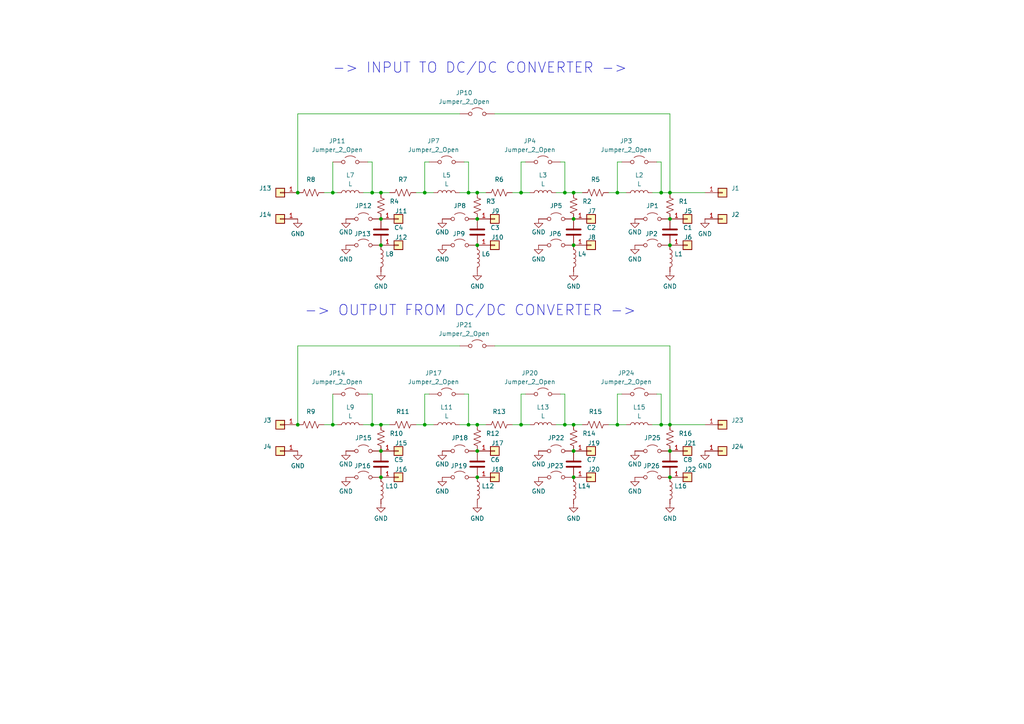
<source format=kicad_sch>
(kicad_sch (version 20250114) (generator "eeschema") (generator_version "9.0")
  (paper "A4")
  (lib_symbols
    (symbol "Connector_Generic:Conn_01x01" (pin_names (offset 1.016) (hide yes))
      (property "Reference" "J" (at 0 2.54 0))
      (property "Value" "Conn_01x01" (at 0 -2.54 0))
      (symbol "Conn_01x01_1_1"
        (rectangle (start -1.27 1.27) (end 1.27 -1.27) (stroke (width 0.254)) (fill (type background)))
        (rectangle (start -1.27 0.127) (end 0 -0.127) (stroke (width 0.1524)))
        (pin passive line (at -5.08 0 0) (length 3.81) (name "Pin_1") (number "1"))
      )
    )
    (symbol "Device:C" (pin_numbers (hide yes)) (pin_names (offset 0.254))
      (property "Reference" "C" (at 0.635 2.54 0))
      (property "Value" "C" (at 0.635 -2.54 0))
      (symbol "C_0_1"
        (polyline (pts (xy -2.032 0.762) (xy 2.032 0.762)) (stroke (width 0.508)))
        (polyline (pts (xy -2.032 -0.762) (xy 2.032 -0.762)) (stroke (width 0.508)))
      )
      (symbol "C_1_1"
        (pin passive line (at 0 3.81 270) (length 2.794) (name "~") (number "1"))
        (pin passive line (at 0 -3.81 90) (length 2.794) (name "~") (number "2"))
      )
    )
    (symbol "Device:L" (pin_numbers (hide yes)) (pin_names (offset 1.016) (hide yes))
      (property "Reference" "L" (at -1.27 0 90))
      (property "Value" "L" (at 1.905 0 90))
      (symbol "L_0_1"
        (arc (start 0 2.54) (mid 0.6323 1.905) (end 0 1.27))
        (arc (start 0 1.27) (mid 0.6323 0.635) (end 0 0))
        (arc (start 0 0) (mid 0.6323 -0.635) (end 0 -1.27))
        (arc (start 0 -1.27) (mid 0.6323 -1.905) (end 0 -2.54))
      )
      (symbol "L_1_1"
        (pin passive line (at 0 3.81 270) (length 1.27) (name "1") (number "1"))
        (pin passive line (at 0 -3.81 90) (length 1.27) (name "2") (number "2"))
      )
    )
    (symbol "Device:R_US" (pin_numbers (hide yes)) (pin_names (offset 0))
      (property "Reference" "R" (at 2.54 0 90))
      (property "Value" "R_US" (at -2.54 0 90))
      (symbol "R_US_0_1"
        (polyline (pts (xy 0 2.286) (xy 0 2.54)))
        (polyline (pts (xy 0 2.286) (xy 1.016 1.905) (xy 0 1.524) (xy -1.016 1.143) (xy 0 0.762)))
        (polyline (pts (xy 0 0.762) (xy 1.016 0.381) (xy 0 0) (xy -1.016 -0.381) (xy 0 -0.762)))
        (polyline (pts (xy 0 -0.762) (xy 1.016 -1.143) (xy 0 -1.524) (xy -1.016 -1.905) (xy 0 -2.286)))
        (polyline (pts (xy 0 -2.286) (xy 0 -2.54)))
      )
      (symbol "R_US_1_1"
        (pin passive line (at 0 3.81 270) (length 1.27) (name "~") (number "1"))
        (pin passive line (at 0 -3.81 90) (length 1.27) (name "~") (number "2"))
      )
    )
    (symbol "Jumper:Jumper_2_Open" (pin_numbers (hide yes)) (pin_names (offset 0) (hide yes))
      (property "Reference" "JP" (at 0 2.794 0))
      (property "Value" "Jumper_2_Open" (at 0 -2.286 0))
      (symbol "Jumper_2_Open_0_0"
        (circle (center -2.032 0) (radius 0.508))
        (circle (center 2.032 0) (radius 0.508))
      )
      (symbol "Jumper_2_Open_0_1"
        (arc (start -1.524 1.27) (mid 0 1.778) (end 1.524 1.27))
      )
      (symbol "Jumper_2_Open_1_1"
        (pin passive line (at -5.08 0 0) (length 2.54) (name "A") (number "1"))
        (pin passive line (at 5.08 0 180) (length 2.54) (name "B") (number "2"))
      )
    )
    (symbol "power:GND" (power) (pin_numbers (hide yes)) (pin_names (offset 0) (hide yes))
      (property "Value" "GND" (at 0 -3.81 0))
      (symbol "GND_0_1"
        (polyline (pts (xy 0 0) (xy 0 -1.27) (xy 1.27 -1.27) (xy 0 -2.54) (xy -1.27 -1.27) (xy 0 -1.27)))
      )
      (symbol "GND_1_1"
        (pin power_in line (at 0 0 270) (length 0) (name "~") (number "1"))
      )
    )
  )
  (text "-> OUTPUT FROM DC/DC CONVERTER ->" (at 136.398 90.17 0) (effects (font (size 3 3))))
  (text "-> INPUT TO DC/DC CONVERTER ->" (at 139.192 19.812 0) (effects (font (size 3 3))))
  (junction (at 138.43 138.43))
  (junction (at 166.37 123.19))
  (junction (at 166.37 138.43))
  (junction (at 166.37 63.5))
  (junction (at 123.19 55.88))
  (junction (at 151.13 55.88))
  (junction (at 194.31 123.19))
  (junction (at 86.36 55.88))
  (junction (at 123.19 123.19))
  (junction (at 138.43 130.81))
  (junction (at 135.89 55.88))
  (junction (at 107.95 55.88))
  (junction (at 191.77 123.19))
  (junction (at 166.37 71.12))
  (junction (at 194.31 138.43))
  (junction (at 110.49 123.19))
  (junction (at 110.49 55.88))
  (junction (at 138.43 71.12))
  (junction (at 86.36 123.19))
  (junction (at 107.95 123.19))
  (junction (at 194.31 63.5))
  (junction (at 194.31 130.81))
  (junction (at 194.31 55.88))
  (junction (at 138.43 63.5))
  (junction (at 166.37 55.88))
  (junction (at 138.43 55.88))
  (junction (at 135.89 123.19))
  (junction (at 96.52 55.88))
  (junction (at 110.49 71.12))
  (junction (at 163.83 55.88))
  (junction (at 194.31 71.12))
  (junction (at 191.77 55.88))
  (junction (at 110.49 130.81))
  (junction (at 110.49 63.5))
  (junction (at 179.07 123.19))
  (junction (at 163.83 123.19))
  (junction (at 151.13 123.19))
  (junction (at 179.07 55.88))
  (junction (at 166.37 130.81))
  (junction (at 138.43 123.19))
  (junction (at 96.52 123.19))
  (junction (at 110.49 138.43))
  (wire (pts (xy 163.83 114.3) (xy 163.83 123.19)))
  (wire (pts (xy 191.77 46.99) (xy 190.5 46.99)))
  (wire (pts (xy 151.13 114.3) (xy 151.13 123.19)))
  (wire (pts (xy 191.77 114.3) (xy 190.5 114.3)))
  (wire (pts (xy 194.31 100.33) (xy 194.31 123.19)))
  (wire (pts (xy 107.95 114.3) (xy 106.68 114.3)))
  (wire (pts (xy 93.98 123.19) (xy 96.52 123.19)))
  (wire (pts (xy 191.77 123.19) (xy 194.31 123.19)))
  (wire (pts (xy 151.13 123.19) (xy 153.67 123.19)))
  (wire (pts (xy 93.98 55.88) (xy 96.52 55.88)))
  (wire (pts (xy 166.37 55.88) (xy 168.91 55.88)))
  (wire (pts (xy 151.13 46.99) (xy 151.13 55.88)))
  (wire (pts (xy 135.89 114.3) (xy 135.89 123.19)))
  (wire (pts (xy 179.07 46.99) (xy 179.07 55.88)))
  (wire (pts (xy 123.19 114.3) (xy 123.19 123.19)))
  (wire (pts (xy 191.77 46.99) (xy 191.77 55.88)))
  (wire (pts (xy 123.19 114.3) (xy 124.46 114.3)))
  (wire (pts (xy 176.53 123.19) (xy 179.07 123.19)))
  (wire (pts (xy 96.52 114.3) (xy 96.52 123.19)))
  (wire (pts (xy 96.52 55.88) (xy 97.79 55.88)))
  (wire (pts (xy 163.83 46.99) (xy 163.83 55.88)))
  (wire (pts (xy 179.07 114.3) (xy 180.34 114.3)))
  (wire (pts (xy 107.95 55.88) (xy 110.49 55.88)))
  (wire (pts (xy 194.31 55.88) (xy 204.47 55.88)))
  (wire (pts (xy 133.35 123.19) (xy 135.89 123.19)))
  (wire (pts (xy 135.89 46.99) (xy 134.62 46.99)))
  (wire (pts (xy 86.36 100.33) (xy 86.36 123.19)))
  (wire (pts (xy 161.29 123.19) (xy 163.83 123.19)))
  (wire (pts (xy 143.51 100.33) (xy 194.31 100.33)))
  (wire (pts (xy 135.89 123.19) (xy 138.43 123.19)))
  (wire (pts (xy 179.07 114.3) (xy 179.07 123.19)))
  (wire (pts (xy 179.07 55.88) (xy 181.61 55.88)))
  (wire (pts (xy 148.59 123.19) (xy 151.13 123.19)))
  (wire (pts (xy 96.52 46.99) (xy 96.52 55.88)))
  (wire (pts (xy 176.53 55.88) (xy 179.07 55.88)))
  (wire (pts (xy 138.43 123.19) (xy 140.97 123.19)))
  (wire (pts (xy 135.89 114.3) (xy 134.62 114.3)))
  (wire (pts (xy 194.31 123.19) (xy 204.47 123.19)))
  (wire (pts (xy 133.35 100.33) (xy 86.36 100.33)))
  (wire (pts (xy 123.19 46.99) (xy 124.46 46.99)))
  (wire (pts (xy 105.41 55.88) (xy 107.95 55.88)))
  (wire (pts (xy 194.31 33.02) (xy 194.31 55.88)))
  (wire (pts (xy 107.95 46.99) (xy 107.95 55.88)))
  (wire (pts (xy 135.89 55.88) (xy 138.43 55.88)))
  (wire (pts (xy 191.77 114.3) (xy 191.77 123.19)))
  (wire (pts (xy 161.29 55.88) (xy 163.83 55.88)))
  (wire (pts (xy 107.95 123.19) (xy 110.49 123.19)))
  (wire (pts (xy 163.83 123.19) (xy 166.37 123.19)))
  (wire (pts (xy 189.23 55.88) (xy 191.77 55.88)))
  (wire (pts (xy 166.37 123.19) (xy 168.91 123.19)))
  (wire (pts (xy 107.95 46.99) (xy 106.68 46.99)))
  (wire (pts (xy 179.07 46.99) (xy 180.34 46.99)))
  (wire (pts (xy 110.49 55.88) (xy 113.03 55.88)))
  (wire (pts (xy 151.13 114.3) (xy 152.4 114.3)))
  (wire (pts (xy 163.83 46.99) (xy 162.56 46.99)))
  (wire (pts (xy 163.83 55.88) (xy 166.37 55.88)))
  (wire (pts (xy 107.95 114.3) (xy 107.95 123.19)))
  (wire (pts (xy 148.59 55.88) (xy 151.13 55.88)))
  (wire (pts (xy 123.19 46.99) (xy 123.19 55.88)))
  (wire (pts (xy 133.35 33.02) (xy 86.36 33.02)))
  (wire (pts (xy 151.13 46.99) (xy 152.4 46.99)))
  (wire (pts (xy 110.49 123.19) (xy 113.03 123.19)))
  (wire (pts (xy 133.35 55.88) (xy 135.89 55.88)))
  (wire (pts (xy 135.89 46.99) (xy 135.89 55.88)))
  (wire (pts (xy 138.43 55.88) (xy 140.97 55.88)))
  (wire (pts (xy 96.52 123.19) (xy 97.79 123.19)))
  (wire (pts (xy 143.51 33.02) (xy 194.31 33.02)))
  (wire (pts (xy 191.77 55.88) (xy 194.31 55.88)))
  (wire (pts (xy 105.41 123.19) (xy 107.95 123.19)))
  (wire (pts (xy 151.13 55.88) (xy 153.67 55.88)))
  (wire (pts (xy 123.19 123.19) (xy 125.73 123.19)))
  (wire (pts (xy 86.36 33.02) (xy 86.36 55.88)))
  (wire (pts (xy 189.23 123.19) (xy 191.77 123.19)))
  (wire (pts (xy 163.83 114.3) (xy 162.56 114.3)))
  (wire (pts (xy 123.19 55.88) (xy 125.73 55.88)))
  (wire (pts (xy 120.65 55.88) (xy 123.19 55.88)))
  (wire (pts (xy 120.65 123.19) (xy 123.19 123.19)))
  (wire (pts (xy 179.07 123.19) (xy 181.61 123.19)))
  (symbol (lib_id "Connector_Generic:Conn_01x01") (at 209.55 123.19 0) (unit 1)
    (property "Reference" "J23" (at 212.09 121.9199 0) (effects (justify left)))
    (property "Value" "Conn_01x01" (effects (hide yes)))
    (property "Description" "Generic connector, single row, 01x01, script generated (kicad-library-utils/schlib/autogen/connector/)" (effects (hide yes)))
  )
  (symbol (lib_id "Connector_Generic:Conn_01x01") (at 171.45 130.81 0) (unit 1)
    (property "Reference" "J19" (at 170.434 128.524 0) (effects (justify left)))
    (property "Value" "Conn_01x01" (effects (hide yes)))
    (property "Description" "Generic connector, single row, 01x01, script generated (kicad-library-utils/schlib/autogen/connector/)" (effects (hide yes)))
  )
  (symbol (lib_id "power:GND") (at 138.43 146.05 0) (unit 1)
    (property "Reference" "#PWR021" (effects (hide yes)))
    (property "Value" "GND" (at 138.43 150.368 0))
    (property "Description" "Power symbol creates a global label with name \"GND\" , ground" (effects (hide yes)))
  )
  (symbol (lib_id "Jumper:Jumper_2_Open") (at 105.41 138.43 0) (unit 1)
    (property "Reference" "JP16" (at 105.156 135.128 0))
    (property "Value" "Jumper_2_Open" (effects (hide yes)))
    (property "Description" "Jumper, 2-pole, open" (effects (hide yes)))
  )
  (symbol (lib_id "Jumper:Jumper_2_Open") (at 157.48 114.3 0) (unit 1)
    (property "Reference" "JP20" (at 153.67 108.204 0))
    (property "Value" "Jumper_2_Open" (at 153.67 110.744 0))
    (property "Description" "Jumper, 2-pole, open" (effects (hide yes)))
  )
  (symbol (lib_id "Device:L") (at 185.42 123.19 90) (unit 1)
    (property "Reference" "L15" (at 185.42 118.11 90))
    (property "Value" "L" (at 185.42 120.65 90))
    (property "Description" "Inductor" (effects (hide yes)))
  )
  (symbol (lib_id "Jumper:Jumper_2_Open") (at 138.43 100.33 0) (unit 1)
    (property "Reference" "JP21" (at 134.62 94.234 0))
    (property "Value" "Jumper_2_Open" (at 134.62 96.774 0))
    (property "Description" "Jumper, 2-pole, open" (effects (hide yes)))
  )
  (symbol (lib_id "Jumper:Jumper_2_Open") (at 133.35 138.43 0) (unit 1)
    (property "Reference" "JP19" (at 133.096 135.128 0))
    (property "Value" "Jumper_2_Open" (effects (hide yes)))
    (property "Description" "Jumper, 2-pole, open" (effects (hide yes)))
  )
  (symbol (lib_id "Jumper:Jumper_2_Open") (at 101.6 46.99 0) (unit 1)
    (property "Reference" "JP11" (at 97.79 40.894 0))
    (property "Value" "Jumper_2_Open" (at 97.79 43.434 0))
    (property "Description" "Jumper, 2-pole, open" (effects (hide yes)))
  )
  (symbol (lib_id "Device:R_US") (at 144.78 123.19 90) (unit 1)
    (property "Reference" "R13" (at 144.78 119.38 90))
    (property "Value" "R_US" (effects (hide yes)))
    (property "Description" "Resistor, US symbol" (effects (hide yes)))
  )
  (symbol (lib_id "Device:L") (at 101.6 123.19 90) (unit 1)
    (property "Reference" "L9" (at 101.6 118.11 90))
    (property "Value" "L" (at 101.6 120.65 90))
    (property "Description" "Inductor" (effects (hide yes)))
  )
  (symbol (lib_id "Device:L") (at 194.31 142.24 0) (unit 1)
    (property "Reference" "L16" (at 195.58 140.9699 0) (effects (justify left)))
    (property "Value" "L" (effects (hide yes)))
    (property "Description" "Inductor" (effects (hide yes)))
  )
  (symbol (lib_id "Device:C") (at 194.31 134.62 0) (unit 1)
    (property "Reference" "C8" (at 198.12 133.3499 0) (effects (justify left)))
    (property "Value" "C" (effects (hide yes)))
    (property "Description" "Unpolarized capacitor" (effects (hide yes)))
  )
  (symbol (lib_id "Device:R_US") (at 194.31 59.69 0) (unit 1)
    (property "Reference" "R1" (at 196.85 58.4199 0) (effects (justify left)))
    (property "Value" "R_US" (effects (hide yes)))
    (property "Description" "Resistor, US symbol" (effects (hide yes)))
  )
  (symbol (lib_id "Connector_Generic:Conn_01x01") (at 143.51 63.5 0) (unit 1)
    (property "Reference" "J9" (at 142.494 61.214 0) (effects (justify left)))
    (property "Value" "Conn_01x01" (effects (hide yes)))
    (property "Description" "Generic connector, single row, 01x01, script generated (kicad-library-utils/schlib/autogen/connector/)" (effects (hide yes)))
  )
  (symbol (lib_id "Connector_Generic:Conn_01x01") (at 81.28 63.5 0) (mirror y) (unit 1)
    (property "Reference" "J14" (at 78.74 62.2299 0) (effects (justify left)))
    (property "Value" "Conn_01x01" (effects (hide yes)))
    (property "Description" "Generic connector, single row, 01x01, script generated (kicad-library-utils/schlib/autogen/connector/)" (effects (hide yes)))
  )
  (symbol (lib_id "power:GND") (at 128.27 138.43 0) (unit 1)
    (property "Reference" "#PWR020" (effects (hide yes)))
    (property "Value" "GND" (at 128.27 142.494 0))
    (property "Description" "Power symbol creates a global label with name \"GND\" , ground" (effects (hide yes)))
  )
  (symbol (lib_id "Jumper:Jumper_2_Open") (at 189.23 63.5 0) (unit 1)
    (property "Reference" "JP1" (at 189.23 59.69 0))
    (property "Value" "Jumper_2_Open" (effects (hide yes)))
    (property "Description" "Jumper, 2-pole, open" (effects (hide yes)))
  )
  (symbol (lib_id "Jumper:Jumper_2_Open") (at 189.23 130.81 0) (unit 1)
    (property "Reference" "JP25" (at 189.23 127 0))
    (property "Value" "Jumper_2_Open" (effects (hide yes)))
    (property "Description" "Jumper, 2-pole, open" (effects (hide yes)))
  )
  (symbol (lib_id "power:GND") (at 100.33 138.43 0) (unit 1)
    (property "Reference" "#PWR017" (effects (hide yes)))
    (property "Value" "GND" (at 100.33 142.494 0))
    (property "Description" "Power symbol creates a global label with name \"GND\" , ground" (effects (hide yes)))
  )
  (symbol (lib_id "Device:R_US") (at 166.37 127 0) (unit 1)
    (property "Reference" "R14" (at 168.91 125.7299 0) (effects (justify left)))
    (property "Value" "R_US" (effects (hide yes)))
    (property "Description" "Resistor, US symbol" (effects (hide yes)))
  )
  (symbol (lib_id "Jumper:Jumper_2_Open") (at 105.41 71.12 0) (unit 1)
    (property "Reference" "JP13" (at 105.156 67.818 0))
    (property "Value" "Jumper_2_Open" (effects (hide yes)))
    (property "Description" "Jumper, 2-pole, open" (effects (hide yes)))
  )
  (symbol (lib_id "Device:L") (at 129.54 55.88 90) (unit 1)
    (property "Reference" "L5" (at 129.54 50.8 90))
    (property "Value" "L" (at 129.54 53.34 90))
    (property "Description" "Inductor" (effects (hide yes)))
  )
  (symbol (lib_id "Connector_Generic:Conn_01x01") (at 199.39 138.43 0) (unit 1)
    (property "Reference" "J22" (at 198.374 136.144 0) (effects (justify left)))
    (property "Value" "Conn_01x01" (effects (hide yes)))
    (property "Description" "Generic connector, single row, 01x01, script generated (kicad-library-utils/schlib/autogen/connector/)" (effects (hide yes)))
  )
  (symbol (lib_id "Device:R_US") (at 138.43 127 0) (unit 1)
    (property "Reference" "R12" (at 140.97 125.7299 0) (effects (justify left)))
    (property "Value" "R_US" (effects (hide yes)))
    (property "Description" "Resistor, US symbol" (effects (hide yes)))
  )
  (symbol (lib_id "Connector_Generic:Conn_01x01") (at 81.28 55.88 0) (mirror y) (unit 1)
    (property "Reference" "J13" (at 78.74 54.6099 0) (effects (justify left)))
    (property "Value" "Conn_01x01" (effects (hide yes)))
    (property "Description" "Generic connector, single row, 01x01, script generated (kicad-library-utils/schlib/autogen/connector/)" (effects (hide yes)))
  )
  (symbol (lib_id "Jumper:Jumper_2_Open") (at 105.41 130.81 0) (unit 1)
    (property "Reference" "JP15" (at 105.41 127 0))
    (property "Value" "Jumper_2_Open" (effects (hide yes)))
    (property "Description" "Jumper, 2-pole, open" (effects (hide yes)))
  )
  (symbol (lib_id "Jumper:Jumper_2_Open") (at 185.42 46.99 0) (unit 1)
    (property "Reference" "JP3" (at 181.61 40.894 0))
    (property "Value" "Jumper_2_Open" (at 181.61 43.434 0))
    (property "Description" "Jumper, 2-pole, open" (effects (hide yes)))
  )
  (symbol (lib_id "power:GND") (at 204.47 63.5 0) (unit 1)
    (property "Reference" "#PWR04" (effects (hide yes)))
    (property "Value" "GND" (at 204.47 67.818 0))
    (property "Description" "Power symbol creates a global label with name \"GND\" , ground" (effects (hide yes)))
  )
  (symbol (lib_id "Connector_Generic:Conn_01x01") (at 115.57 130.81 0) (unit 1)
    (property "Reference" "J15" (at 114.554 128.524 0) (effects (justify left)))
    (property "Value" "Conn_01x01" (effects (hide yes)))
    (property "Description" "Generic connector, single row, 01x01, script generated (kicad-library-utils/schlib/autogen/connector/)" (effects (hide yes)))
  )
  (symbol (lib_id "Connector_Generic:Conn_01x01") (at 143.51 138.43 0) (unit 1)
    (property "Reference" "J18" (at 142.494 136.144 0) (effects (justify left)))
    (property "Value" "Conn_01x01" (effects (hide yes)))
    (property "Description" "Generic connector, single row, 01x01, script generated (kicad-library-utils/schlib/autogen/connector/)" (effects (hide yes)))
  )
  (symbol (lib_id "Connector_Generic:Conn_01x01") (at 199.39 130.81 0) (unit 1)
    (property "Reference" "J21" (at 198.374 128.524 0) (effects (justify left)))
    (property "Value" "Conn_01x01" (effects (hide yes)))
    (property "Description" "Generic connector, single row, 01x01, script generated (kicad-library-utils/schlib/autogen/connector/)" (effects (hide yes)))
  )
  (symbol (lib_id "Device:R_US") (at 90.17 123.19 90) (unit 1)
    (property "Reference" "R9" (at 90.17 119.38 90))
    (property "Value" "R_US" (effects (hide yes)))
    (property "Description" "Resistor, US symbol" (effects (hide yes)))
  )
  (symbol (lib_id "Connector_Generic:Conn_01x01") (at 209.55 63.5 0) (unit 1)
    (property "Reference" "J2" (at 212.09 62.2299 0) (effects (justify left)))
    (property "Value" "Conn_01x01" (effects (hide yes)))
    (property "Description" "Generic connector, single row, 01x01, script generated (kicad-library-utils/schlib/autogen/connector/)" (effects (hide yes)))
  )
  (symbol (lib_id "Device:L") (at 110.49 142.24 0) (unit 1)
    (property "Reference" "L10" (at 111.76 140.9699 0) (effects (justify left)))
    (property "Value" "L" (effects (hide yes)))
    (property "Description" "Inductor" (effects (hide yes)))
  )
  (symbol (lib_id "Connector_Generic:Conn_01x01") (at 199.39 71.12 0) (unit 1)
    (property "Reference" "J6" (at 198.374 68.834 0) (effects (justify left)))
    (property "Value" "Conn_01x01" (effects (hide yes)))
    (property "Description" "Generic connector, single row, 01x01, script generated (kicad-library-utils/schlib/autogen/connector/)" (effects (hide yes)))
  )
  (symbol (lib_id "power:GND") (at 110.49 78.74 0) (unit 1)
    (property "Reference" "#PWR013" (effects (hide yes)))
    (property "Value" "GND" (at 110.49 83.058 0))
    (property "Description" "Power symbol creates a global label with name \"GND\" , ground" (effects (hide yes)))
  )
  (symbol (lib_id "Device:C") (at 166.37 67.31 0) (unit 1)
    (property "Reference" "C2" (at 170.18 66.0399 0) (effects (justify left)))
    (property "Value" "C" (effects (hide yes)))
    (property "Description" "Unpolarized capacitor" (effects (hide yes)))
  )
  (symbol (lib_id "Connector_Generic:Conn_01x01") (at 209.55 130.81 0) (unit 1)
    (property "Reference" "J24" (at 212.09 129.5399 0) (effects (justify left)))
    (property "Value" "Conn_01x01" (effects (hide yes)))
    (property "Description" "Generic connector, single row, 01x01, script generated (kicad-library-utils/schlib/autogen/connector/)" (effects (hide yes)))
  )
  (symbol (lib_id "Connector_Generic:Conn_01x01") (at 143.51 130.81 0) (unit 1)
    (property "Reference" "J17" (at 142.494 128.524 0) (effects (justify left)))
    (property "Value" "Conn_01x01" (effects (hide yes)))
    (property "Description" "Generic connector, single row, 01x01, script generated (kicad-library-utils/schlib/autogen/connector/)" (effects (hide yes)))
  )
  (symbol (lib_id "Device:R_US") (at 194.31 127 0) (unit 1)
    (property "Reference" "R16" (at 196.85 125.7299 0) (effects (justify left)))
    (property "Value" "R_US" (effects (hide yes)))
    (property "Description" "Resistor, US symbol" (effects (hide yes)))
  )
  (symbol (lib_id "Connector_Generic:Conn_01x01") (at 115.57 71.12 0) (unit 1)
    (property "Reference" "J12" (at 114.554 68.834 0) (effects (justify left)))
    (property "Value" "Conn_01x01" (effects (hide yes)))
    (property "Description" "Generic connector, single row, 01x01, script generated (kicad-library-utils/schlib/autogen/connector/)" (effects (hide yes)))
  )
  (symbol (lib_id "Device:L") (at 185.42 55.88 90) (unit 1)
    (property "Reference" "L2" (at 185.42 50.8 90))
    (property "Value" "L" (at 185.42 53.34 90))
    (property "Description" "Inductor" (effects (hide yes)))
  )
  (symbol (lib_id "Connector_Generic:Conn_01x01") (at 171.45 71.12 0) (unit 1)
    (property "Reference" "J8" (at 170.434 68.834 0) (effects (justify left)))
    (property "Value" "Conn_01x01" (effects (hide yes)))
    (property "Description" "Generic connector, single row, 01x01, script generated (kicad-library-utils/schlib/autogen/connector/)" (effects (hide yes)))
  )
  (symbol (lib_id "Device:R_US") (at 90.17 55.88 90) (unit 1)
    (property "Reference" "R8" (at 90.17 52.07 90))
    (property "Value" "R_US" (effects (hide yes)))
    (property "Description" "Resistor, US symbol" (effects (hide yes)))
  )
  (symbol (lib_id "Connector_Generic:Conn_01x01") (at 199.39 63.5 0) (unit 1)
    (property "Reference" "J5" (at 198.374 61.214 0) (effects (justify left)))
    (property "Value" "Conn_01x01" (effects (hide yes)))
    (property "Description" "Generic connector, single row, 01x01, script generated (kicad-library-utils/schlib/autogen/connector/)" (effects (hide yes)))
  )
  (symbol (lib_id "Jumper:Jumper_2_Open") (at 133.35 63.5 0) (unit 1)
    (property "Reference" "JP8" (at 133.35 59.69 0))
    (property "Value" "Jumper_2_Open" (effects (hide yes)))
    (property "Description" "Jumper, 2-pole, open" (effects (hide yes)))
  )
  (symbol (lib_id "Device:L") (at 157.48 123.19 90) (unit 1)
    (property "Reference" "L13" (at 157.48 118.11 90))
    (property "Value" "L" (at 157.48 120.65 90))
    (property "Description" "Inductor" (effects (hide yes)))
  )
  (symbol (lib_id "Connector_Generic:Conn_01x01") (at 171.45 63.5 0) (unit 1)
    (property "Reference" "J7" (at 170.434 61.214 0) (effects (justify left)))
    (property "Value" "Conn_01x01" (effects (hide yes)))
    (property "Description" "Generic connector, single row, 01x01, script generated (kicad-library-utils/schlib/autogen/connector/)" (effects (hide yes)))
  )
  (symbol (lib_id "Connector_Generic:Conn_01x01") (at 115.57 63.5 0) (unit 1)
    (property "Reference" "J11" (at 114.554 61.214 0) (effects (justify left)))
    (property "Value" "Conn_01x01" (effects (hide yes)))
    (property "Description" "Generic connector, single row, 01x01, script generated (kicad-library-utils/schlib/autogen/connector/)" (effects (hide yes)))
  )
  (symbol (lib_id "power:GND") (at 156.21 138.43 0) (unit 1)
    (property "Reference" "#PWR023" (effects (hide yes)))
    (property "Value" "GND" (at 156.21 142.494 0))
    (property "Description" "Power symbol creates a global label with name \"GND\" , ground" (effects (hide yes)))
  )
  (symbol (lib_id "power:GND") (at 194.31 146.05 0) (unit 1)
    (property "Reference" "#PWR027" (effects (hide yes)))
    (property "Value" "GND" (at 194.31 150.368 0))
    (property "Description" "Power symbol creates a global label with name \"GND\" , ground" (effects (hide yes)))
  )
  (symbol (lib_id "Device:R_US") (at 172.72 55.88 90) (unit 1)
    (property "Reference" "R5" (at 172.72 52.07 90))
    (property "Value" "R_US" (effects (hide yes)))
    (property "Description" "Resistor, US symbol" (effects (hide yes)))
  )
  (symbol (lib_id "power:GND") (at 184.15 63.5 0) (unit 1)
    (property "Reference" "#PWR01" (effects (hide yes)))
    (property "Value" "GND" (at 184.15 67.31 0))
    (property "Description" "Power symbol creates a global label with name \"GND\" , ground" (effects (hide yes)))
  )
  (symbol (lib_id "Jumper:Jumper_2_Open") (at 133.35 130.81 0) (unit 1)
    (property "Reference" "JP18" (at 133.35 127 0))
    (property "Value" "Jumper_2_Open" (effects (hide yes)))
    (property "Description" "Jumper, 2-pole, open" (effects (hide yes)))
  )
  (symbol (lib_id "Device:L") (at 138.43 142.24 0) (unit 1)
    (property "Reference" "L12" (at 139.7 140.9699 0) (effects (justify left)))
    (property "Value" "L" (effects (hide yes)))
    (property "Description" "Inductor" (effects (hide yes)))
  )
  (symbol (lib_id "Device:C") (at 110.49 134.62 0) (unit 1)
    (property "Reference" "C5" (at 114.3 133.3499 0) (effects (justify left)))
    (property "Value" "C" (effects (hide yes)))
    (property "Description" "Unpolarized capacitor" (effects (hide yes)))
  )
  (symbol (lib_id "Device:R_US") (at 144.78 55.88 90) (unit 1)
    (property "Reference" "R6" (at 144.78 52.07 90))
    (property "Value" "R_US" (effects (hide yes)))
    (property "Description" "Resistor, US symbol" (effects (hide yes)))
  )
  (symbol (lib_id "Device:L") (at 129.54 123.19 90) (unit 1)
    (property "Reference" "L11" (at 129.54 118.11 90))
    (property "Value" "L" (at 129.54 120.65 90))
    (property "Description" "Inductor" (effects (hide yes)))
  )
  (symbol (lib_id "power:GND") (at 128.27 130.81 0) (unit 1)
    (property "Reference" "#PWR019" (effects (hide yes)))
    (property "Value" "GND" (at 128.27 134.62 0))
    (property "Description" "Power symbol creates a global label with name \"GND\" , ground" (effects (hide yes)))
  )
  (symbol (lib_id "Jumper:Jumper_2_Open") (at 189.23 138.43 0) (unit 1)
    (property "Reference" "JP26" (at 188.976 135.128 0))
    (property "Value" "Jumper_2_Open" (effects (hide yes)))
    (property "Description" "Jumper, 2-pole, open" (effects (hide yes)))
  )
  (symbol (lib_id "power:GND") (at 204.47 130.81 0) (unit 1)
    (property "Reference" "#PWR028" (effects (hide yes)))
    (property "Value" "GND" (at 204.47 135.128 0))
    (property "Description" "Power symbol creates a global label with name \"GND\" , ground" (effects (hide yes)))
  )
  (symbol (lib_id "Jumper:Jumper_2_Open") (at 157.48 46.99 0) (unit 1)
    (property "Reference" "JP4" (at 153.67 40.894 0))
    (property "Value" "Jumper_2_Open" (at 153.67 43.434 0))
    (property "Description" "Jumper, 2-pole, open" (effects (hide yes)))
  )
  (symbol (lib_id "Device:C") (at 194.31 67.31 0) (unit 1)
    (property "Reference" "C1" (at 198.12 66.0399 0) (effects (justify left)))
    (property "Value" "C" (effects (hide yes)))
    (property "Description" "Unpolarized capacitor" (effects (hide yes)))
  )
  (symbol (lib_id "Device:L") (at 138.43 74.93 0) (unit 1)
    (property "Reference" "L6" (at 139.7 73.6599 0) (effects (justify left)))
    (property "Value" "L" (effects (hide yes)))
    (property "Description" "Inductor" (effects (hide yes)))
  )
  (symbol (lib_id "power:GND") (at 156.21 63.5 0) (unit 1)
    (property "Reference" "#PWR05" (effects (hide yes)))
    (property "Value" "GND" (at 156.21 67.31 0))
    (property "Description" "Power symbol creates a global label with name \"GND\" , ground" (effects (hide yes)))
  )
  (symbol (lib_id "Device:C") (at 138.43 134.62 0) (unit 1)
    (property "Reference" "C6" (at 142.24 133.3499 0) (effects (justify left)))
    (property "Value" "C" (effects (hide yes)))
    (property "Description" "Unpolarized capacitor" (effects (hide yes)))
  )
  (symbol (lib_id "power:GND") (at 100.33 63.5 0) (unit 1)
    (property "Reference" "#PWR011" (effects (hide yes)))
    (property "Value" "GND" (at 100.33 67.31 0))
    (property "Description" "Power symbol creates a global label with name \"GND\" , ground" (effects (hide yes)))
  )
  (symbol (lib_id "power:GND") (at 100.33 130.81 0) (unit 1)
    (property "Reference" "#PWR016" (effects (hide yes)))
    (property "Value" "GND" (at 100.33 134.62 0))
    (property "Description" "Power symbol creates a global label with name \"GND\" , ground" (effects (hide yes)))
  )
  (symbol (lib_id "Jumper:Jumper_2_Open") (at 161.29 63.5 0) (unit 1)
    (property "Reference" "JP5" (at 161.29 59.69 0))
    (property "Value" "Jumper_2_Open" (effects (hide yes)))
    (property "Description" "Jumper, 2-pole, open" (effects (hide yes)))
  )
  (symbol (lib_id "power:GND") (at 86.36 130.81 0) (mirror y) (unit 1)
    (property "Reference" "#PWR015" (effects (hide yes)))
    (property "Value" "GND" (at 86.36 135.128 0))
    (property "Description" "Power symbol creates a global label with name \"GND\" , ground" (effects (hide yes)))
  )
  (symbol (lib_id "Jumper:Jumper_2_Open") (at 185.42 114.3 0) (unit 1)
    (property "Reference" "JP24" (at 181.61 108.204 0))
    (property "Value" "Jumper_2_Open" (at 181.61 110.744 0))
    (property "Description" "Jumper, 2-pole, open" (effects (hide yes)))
  )
  (symbol (lib_id "Device:R_US") (at 138.43 59.69 0) (unit 1)
    (property "Reference" "R3" (at 140.97 58.4199 0) (effects (justify left)))
    (property "Value" "R_US" (effects (hide yes)))
    (property "Description" "Resistor, US symbol" (effects (hide yes)))
  )
  (symbol (lib_id "Device:R_US") (at 166.37 59.69 0) (unit 1)
    (property "Reference" "R2" (at 168.91 58.4199 0) (effects (justify left)))
    (property "Value" "R_US" (effects (hide yes)))
    (property "Description" "Resistor, US symbol" (effects (hide yes)))
  )
  (symbol (lib_id "Jumper:Jumper_2_Open") (at 129.54 46.99 0) (unit 1)
    (property "Reference" "JP7" (at 125.73 40.894 0))
    (property "Value" "Jumper_2_Open" (at 125.73 43.434 0))
    (property "Description" "Jumper, 2-pole, open" (effects (hide yes)))
  )
  (symbol (lib_id "Device:R_US") (at 116.84 55.88 90) (unit 1)
    (property "Reference" "R7" (at 116.84 52.07 90))
    (property "Value" "R_US" (effects (hide yes)))
    (property "Description" "Resistor, US symbol" (effects (hide yes)))
  )
  (symbol (lib_id "Jumper:Jumper_2_Open") (at 101.6 114.3 0) (unit 1)
    (property "Reference" "JP14" (at 97.79 108.204 0))
    (property "Value" "Jumper_2_Open" (at 97.79 110.744 0))
    (property "Description" "Jumper, 2-pole, open" (effects (hide yes)))
  )
  (symbol (lib_id "Device:R_US") (at 110.49 59.69 0) (unit 1)
    (property "Reference" "R4" (at 113.03 58.4199 0) (effects (justify left)))
    (property "Value" "R_US" (effects (hide yes)))
    (property "Description" "Resistor, US symbol" (effects (hide yes)))
  )
  (symbol (lib_id "Device:L") (at 101.6 55.88 90) (unit 1)
    (property "Reference" "L7" (at 101.6 50.8 90))
    (property "Value" "L" (at 101.6 53.34 90))
    (property "Description" "Inductor" (effects (hide yes)))
  )
  (symbol (lib_id "Device:C") (at 138.43 67.31 0) (unit 1)
    (property "Reference" "C3" (at 142.24 66.0399 0) (effects (justify left)))
    (property "Value" "C" (effects (hide yes)))
    (property "Description" "Unpolarized capacitor" (effects (hide yes)))
  )
  (symbol (lib_id "Device:L") (at 194.31 74.93 0) (unit 1)
    (property "Reference" "L1" (at 195.58 73.6599 0) (effects (justify left)))
    (property "Value" "L" (effects (hide yes)))
    (property "Description" "Inductor" (effects (hide yes)))
  )
  (symbol (lib_id "power:GND") (at 166.37 78.74 0) (unit 1)
    (property "Reference" "#PWR07" (effects (hide yes)))
    (property "Value" "GND" (at 166.37 83.058 0))
    (property "Description" "Power symbol creates a global label with name \"GND\" , ground" (effects (hide yes)))
  )
  (symbol (lib_id "Connector_Generic:Conn_01x01") (at 209.55 55.88 0) (unit 1)
    (property "Reference" "J1" (at 212.09 54.6099 0) (effects (justify left)))
    (property "Value" "Conn_01x01" (effects (hide yes)))
    (property "Description" "Generic connector, single row, 01x01, script generated (kicad-library-utils/schlib/autogen/connector/)" (effects (hide yes)))
  )
  (symbol (lib_id "Jumper:Jumper_2_Open") (at 161.29 138.43 0) (unit 1)
    (property "Reference" "JP23" (at 161.036 135.128 0))
    (property "Value" "Jumper_2_Open" (effects (hide yes)))
    (property "Description" "Jumper, 2-pole, open" (effects (hide yes)))
  )
  (symbol (lib_id "power:GND") (at 128.27 71.12 0) (unit 1)
    (property "Reference" "#PWR09" (effects (hide yes)))
    (property "Value" "GND" (at 128.27 75.184 0))
    (property "Description" "Power symbol creates a global label with name \"GND\" , ground" (effects (hide yes)))
  )
  (symbol (lib_id "Jumper:Jumper_2_Open") (at 129.54 114.3 0) (unit 1)
    (property "Reference" "JP17" (at 125.73 108.204 0))
    (property "Value" "Jumper_2_Open" (at 125.73 110.744 0))
    (property "Description" "Jumper, 2-pole, open" (effects (hide yes)))
  )
  (symbol (lib_id "Device:C") (at 166.37 134.62 0) (unit 1)
    (property "Reference" "C7" (at 170.18 133.3499 0) (effects (justify left)))
    (property "Value" "C" (effects (hide yes)))
    (property "Description" "Unpolarized capacitor" (effects (hide yes)))
  )
  (symbol (lib_id "power:GND") (at 184.15 138.43 0) (unit 1)
    (property "Reference" "#PWR026" (effects (hide yes)))
    (property "Value" "GND" (at 184.15 142.494 0))
    (property "Description" "Power symbol creates a global label with name \"GND\" , ground" (effects (hide yes)))
  )
  (symbol (lib_id "Connector_Generic:Conn_01x01") (at 81.28 130.81 0) (mirror y) (unit 1)
    (property "Reference" "J4" (at 78.74 129.5399 0) (effects (justify left)))
    (property "Value" "Conn_01x01" (effects (hide yes)))
    (property "Description" "Generic connector, single row, 01x01, script generated (kicad-library-utils/schlib/autogen/connector/)" (effects (hide yes)))
  )
  (symbol (lib_id "power:GND") (at 184.15 71.12 0) (unit 1)
    (property "Reference" "#PWR02" (effects (hide yes)))
    (property "Value" "GND" (at 184.15 75.184 0))
    (property "Description" "Power symbol creates a global label with name \"GND\" , ground" (effects (hide yes)))
  )
  (symbol (lib_id "Jumper:Jumper_2_Open") (at 161.29 71.12 0) (unit 1)
    (property "Reference" "JP6" (at 161.036 67.818 0))
    (property "Value" "Jumper_2_Open" (effects (hide yes)))
    (property "Description" "Jumper, 2-pole, open" (effects (hide yes)))
  )
  (symbol (lib_id "Connector_Generic:Conn_01x01") (at 115.57 138.43 0) (unit 1)
    (property "Reference" "J16" (at 114.554 136.144 0) (effects (justify left)))
    (property "Value" "Conn_01x01" (effects (hide yes)))
    (property "Description" "Generic connector, single row, 01x01, script generated (kicad-library-utils/schlib/autogen/connector/)" (effects (hide yes)))
  )
  (symbol (lib_id "power:GND") (at 194.31 78.74 0) (unit 1)
    (property "Reference" "#PWR03" (effects (hide yes)))
    (property "Value" "GND" (at 194.31 83.058 0))
    (property "Description" "Power symbol creates a global label with name \"GND\" , ground" (effects (hide yes)))
  )
  (symbol (lib_id "power:GND") (at 166.37 146.05 0) (unit 1)
    (property "Reference" "#PWR024" (effects (hide yes)))
    (property "Value" "GND" (at 166.37 150.368 0))
    (property "Description" "Power symbol creates a global label with name \"GND\" , ground" (effects (hide yes)))
  )
  (symbol (lib_id "power:GND") (at 128.27 63.5 0) (unit 1)
    (property "Reference" "#PWR08" (effects (hide yes)))
    (property "Value" "GND" (at 128.27 67.31 0))
    (property "Description" "Power symbol creates a global label with name \"GND\" , ground" (effects (hide yes)))
  )
  (symbol (lib_id "Jumper:Jumper_2_Open") (at 138.43 33.02 0) (unit 1)
    (property "Reference" "JP10" (at 134.62 26.924 0))
    (property "Value" "Jumper_2_Open" (at 134.62 29.464 0))
    (property "Description" "Jumper, 2-pole, open" (effects (hide yes)))
  )
  (symbol (lib_id "Device:L") (at 110.49 74.93 0) (unit 1)
    (property "Reference" "L8" (at 111.76 73.6599 0) (effects (justify left)))
    (property "Value" "L" (effects (hide yes)))
    (property "Description" "Inductor" (effects (hide yes)))
  )
  (symbol (lib_id "Device:R_US") (at 172.72 123.19 90) (unit 1)
    (property "Reference" "R15" (at 172.72 119.38 90))
    (property "Value" "R_US" (effects (hide yes)))
    (property "Description" "Resistor, US symbol" (effects (hide yes)))
  )
  (symbol (lib_id "power:GND") (at 100.33 71.12 0) (unit 1)
    (property "Reference" "#PWR012" (effects (hide yes)))
    (property "Value" "GND" (at 100.33 75.184 0))
    (property "Description" "Power symbol creates a global label with name \"GND\" , ground" (effects (hide yes)))
  )
  (symbol (lib_id "power:GND") (at 138.43 78.74 0) (unit 1)
    (property "Reference" "#PWR010" (effects (hide yes)))
    (property "Value" "GND" (at 138.43 83.058 0))
    (property "Description" "Power symbol creates a global label with name \"GND\" , ground" (effects (hide yes)))
  )
  (symbol (lib_id "power:GND") (at 110.49 146.05 0) (unit 1)
    (property "Reference" "#PWR018" (effects (hide yes)))
    (property "Value" "GND" (at 110.49 150.368 0))
    (property "Description" "Power symbol creates a global label with name \"GND\" , ground" (effects (hide yes)))
  )
  (symbol (lib_id "Jumper:Jumper_2_Open") (at 161.29 130.81 0) (unit 1)
    (property "Reference" "JP22" (at 161.29 127 0))
    (property "Value" "Jumper_2_Open" (effects (hide yes)))
    (property "Description" "Jumper, 2-pole, open" (effects (hide yes)))
  )
  (symbol (lib_id "Device:L") (at 157.48 55.88 90) (unit 1)
    (property "Reference" "L3" (at 157.48 50.8 90))
    (property "Value" "L" (at 157.48 53.34 90))
    (property "Description" "Inductor" (effects (hide yes)))
  )
  (symbol (lib_id "Connector_Generic:Conn_01x01") (at 143.51 71.12 0) (unit 1)
    (property "Reference" "J10" (at 142.494 68.834 0) (effects (justify left)))
    (property "Value" "Conn_01x01" (effects (hide yes)))
    (property "Description" "Generic connector, single row, 01x01, script generated (kicad-library-utils/schlib/autogen/connector/)" (effects (hide yes)))
  )
  (symbol (lib_id "Connector_Generic:Conn_01x01") (at 81.28 123.19 0) (mirror y) (unit 1)
    (property "Reference" "J3" (at 78.74 121.9199 0) (effects (justify left)))
    (property "Value" "Conn_01x01" (effects (hide yes)))
    (property "Description" "Generic connector, single row, 01x01, script generated (kicad-library-utils/schlib/autogen/connector/)" (effects (hide yes)))
  )
  (symbol (lib_id "Device:R_US") (at 110.49 127 0) (unit 1)
    (property "Reference" "R10" (at 113.03 125.7299 0) (effects (justify left)))
    (property "Value" "R_US" (effects (hide yes)))
    (property "Description" "Resistor, US symbol" (effects (hide yes)))
  )
  (symbol (lib_id "Jumper:Jumper_2_Open") (at 133.35 71.12 0) (unit 1)
    (property "Reference" "JP9" (at 133.096 67.818 0))
    (property "Value" "Jumper_2_Open" (effects (hide yes)))
    (property "Description" "Jumper, 2-pole, open" (effects (hide yes)))
  )
  (symbol (lib_id "Jumper:Jumper_2_Open") (at 189.23 71.12 0) (unit 1)
    (property "Reference" "JP2" (at 188.976 67.818 0))
    (property "Value" "Jumper_2_Open" (effects (hide yes)))
    (property "Description" "Jumper, 2-pole, open" (effects (hide yes)))
  )
  (symbol (lib_id "Device:L") (at 166.37 74.93 0) (unit 1)
    (property "Reference" "L4" (at 167.64 73.6599 0) (effects (justify left)))
    (property "Value" "L" (effects (hide yes)))
    (property "Description" "Inductor" (effects (hide yes)))
  )
  (symbol (lib_id "Device:R_US") (at 116.84 123.19 90) (unit 1)
    (property "Reference" "R11" (at 116.84 119.38 90))
    (property "Value" "R_US" (effects (hide yes)))
    (property "Description" "Resistor, US symbol" (effects (hide yes)))
  )
  (symbol (lib_id "power:GND") (at 86.36 63.5 0) (mirror y) (unit 1)
    (property "Reference" "#PWR014" (effects (hide yes)))
    (property "Value" "GND" (at 86.36 67.818 0))
    (property "Description" "Power symbol creates a global label with name \"GND\" , ground" (effects (hide yes)))
  )
  (symbol (lib_id "Jumper:Jumper_2_Open") (at 105.41 63.5 0) (unit 1)
    (property "Reference" "JP12" (at 105.41 59.69 0))
    (property "Value" "Jumper_2_Open" (effects (hide yes)))
    (property "Description" "Jumper, 2-pole, open" (effects (hide yes)))
  )
  (symbol (lib_id "power:GND") (at 156.21 130.81 0) (unit 1)
    (property "Reference" "#PWR022" (effects (hide yes)))
    (property "Value" "GND" (at 156.21 134.62 0))
    (property "Description" "Power symbol creates a global label with name \"GND\" , ground" (effects (hide yes)))
  )
  (symbol (lib_id "Connector_Generic:Conn_01x01") (at 171.45 138.43 0) (unit 1)
    (property "Reference" "J20" (at 170.434 136.144 0) (effects (justify left)))
    (property "Value" "Conn_01x01" (effects (hide yes)))
    (property "Description" "Generic connector, single row, 01x01, script generated (kicad-library-utils/schlib/autogen/connector/)" (effects (hide yes)))
  )
  (symbol (lib_id "power:GND") (at 156.21 71.12 0) (unit 1)
    (property "Reference" "#PWR06" (effects (hide yes)))
    (property "Value" "GND" (at 156.21 75.184 0))
    (property "Description" "Power symbol creates a global label with name \"GND\" , ground" (effects (hide yes)))
  )
  (symbol (lib_id "Device:C") (at 110.49 67.31 0) (unit 1)
    (property "Reference" "C4" (at 114.3 66.0399 0) (effects (justify left)))
    (property "Value" "C" (effects (hide yes)))
    (property "Description" "Unpolarized capacitor" (effects (hide yes)))
  )
  (symbol (lib_id "Device:L") (at 166.37 142.24 0) (unit 1)
    (property "Reference" "L14" (at 167.64 140.9699 0) (effects (justify left)))
    (property "Value" "L" (effects (hide yes)))
    (property "Description" "Inductor" (effects (hide yes)))
  )
  (symbol (lib_id "power:GND") (at 184.15 130.81 0) (unit 1)
    (property "Reference" "#PWR025" (effects (hide yes)))
    (property "Value" "GND" (at 184.15 134.62 0))
    (property "Description" "Power symbol creates a global label with name \"GND\" , ground" (effects (hide yes)))
  )
)
</source>
